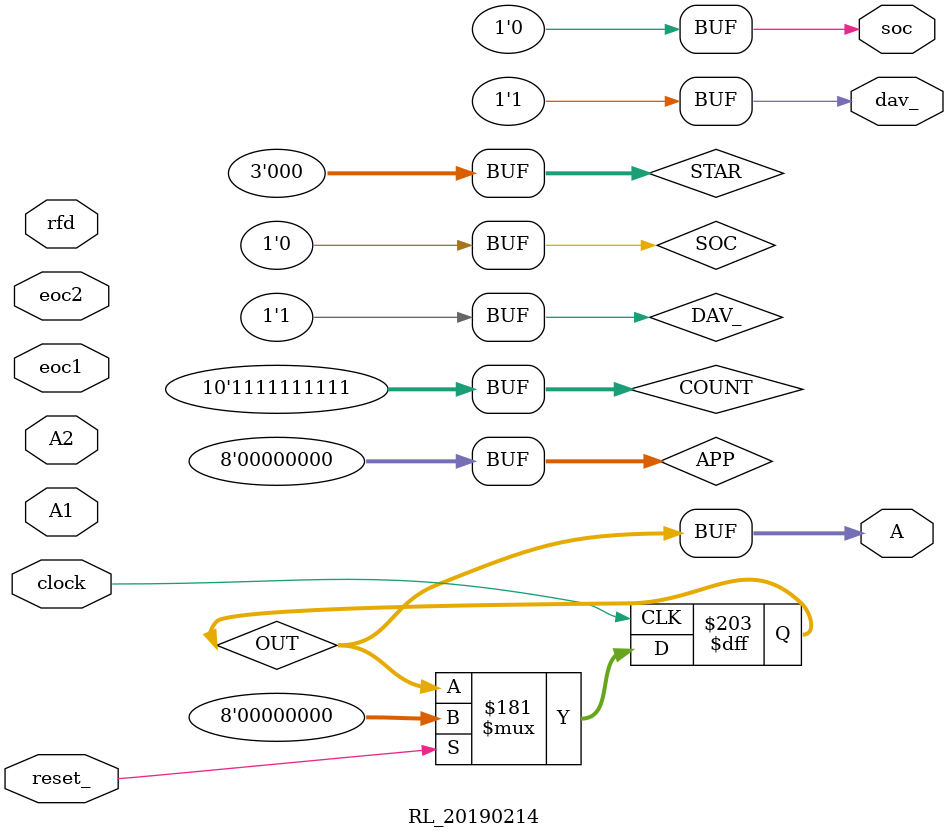
<source format=v>
/**
 * File:    RL-20190214.v
 *
 * Author:  Rambod Rahmani <rambodrahmani@autistici.org>
 *          Created on 11/07/2019.
 */

module RL_20190214(A1, A2, eoc1, eoc2, soc, dav_, rfd, A, clock, reset_);
    input           clock, reset_;
    input   [7:0]   A1;
    input   [7:0]   A2;
    input           eoc1;
    input           eoc2;
    output          soc;
    output          dav_;
    input           rfd;
    output  [7:0]   A;

    reg         SOC;
    reg         DAV_;
    reg  [7:0]  OUT;
    reg  [7:0]  APP;
    reg  [9:0]  COUNT;

    assign soc = SOC;
    assign dav_ = DAV_;
    assign A = OUT;

    reg [2:0] STAR;
    parameter S0 = 0, S1 = 1, S2 = 2, S3 = 3, S4 = 4;

    parameter NumPeriodi = 1023;

    always @(reset_ == 0) #1 begin
                                SOC <= 0;
                                DAV_ <= 1;
                                APP <= 'H00;
                                COUNT <= NumPeriodi;
                                STAR <= S0;
                             end

    always @(posedge clock) if (reset_ == 1) #3
        casex(STAR)
            S0: begin
                    COUNT <= COUNT - 1;
                    OUT <= APP;
                    SOC <= 1;
                    STAR <= ({eoc1, eoc2} == 'B11)? S0:S1;
                end
            S1: begin
                    COUNT <= COUNT - 1;
                    SOC <= 0;
                    APP <= mia_funzione(A1, A2);
                    STAR <= ({eoc1, eoc2} == 'B11)? S2:S1;
                end
            S2: begin
                    COUNT <= COUNT - 1;
                    DAV_ <= 0;
                    STAR <= (rfd == 0)? S3:S2;
                end
            S3: begin
                    COUNT <= COUNT - 1;
                    DAV_ <= 1;
                    STAR <= (rfd == 1)? S4:S3;
                end
            S4: begin
                    COUNT <= (COUNT == 1)? NumPeriodi : (COUNT - 1);
                    STAR <= (COUNT == 1)? S0:S4;
                end
        endcase

    function [7:0] mia_funzione;
        input   [7:0]   A1;
        input   [7:0]   A2;
        mia_funzione = ((abs_di_intero(A1) - abs_di_intero(A2)) < 0) ? A2:A1;
    endfunction

    function [7:0] abs_di_intero;
        input   [7:0]   A;
        abs_di_intero = (A[7] == 0)? A:(~A + 1);
    endfunction
endmodule


</source>
